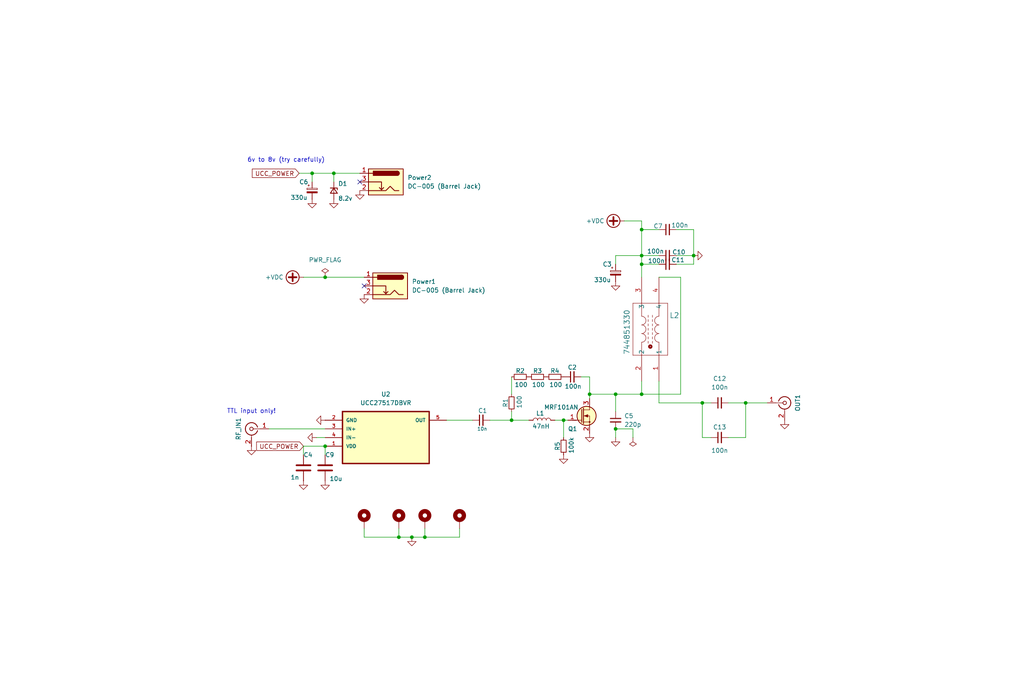
<source format=kicad_sch>
(kicad_sch (version 20240101) (generator "eeschema") (generator_version "8.99")
  (paper "User" 299.999 200)
  (title_block (title "MRF101 Beacon Amplifier") (date "2024-03-23") (company "Author: Dhiru Kholia (VU3CER), Rafał Rozestwiński"))
  (lib_symbols
    (symbol "744851330_fixed:744851330" (pin_names (offset 0.254))
      (property "Reference" "L2" (at 16.5101 -8.89 90))
      (property "Value" "744851330" (at 13.9701 -8.89 90))
      (symbol "744851330_0_1"
        (polyline (pts (xy 7.62 -7.62) (xy 22.86 -7.62)) (stroke (width 0.127)))
        (polyline (pts (xy 7.62 -5.08) (xy 11.43 -5.08)) (stroke (width 0.127)))
        (polyline (pts (xy 7.62 0) (xy 11.43 0)) (stroke (width 0.127)))
        (polyline (pts (xy 7.62 2.54) (xy 7.62 -7.62)) (stroke (width 0.127)))
        (polyline (pts (xy 11.1125 -3.175) (xy 11.7475 -3.175)) (stroke (width 0.127)))
        (polyline (pts (xy 11.1125 -1.905) (xy 11.7475 -1.905)) (stroke (width 0.127)))
        (polyline (pts (xy 12.3825 -3.175) (xy 13.0175 -3.175)) (stroke (width 0.127)))
        (polyline (pts (xy 12.3825 -1.905) (xy 13.0175 -1.905)) (stroke (width 0.127)))
        (polyline (pts (xy 13.6525 -3.175) (xy 14.2875 -3.175)) (stroke (width 0.127)))
        (polyline (pts (xy 13.6525 -1.905) (xy 14.2875 -1.905)) (stroke (width 0.127)))
        (polyline (pts (xy 14.9225 -3.175) (xy 15.5575 -3.175)) (stroke (width 0.127)))
        (polyline (pts (xy 14.9225 -1.905) (xy 15.5575 -1.905)) (stroke (width 0.127)))
        (polyline (pts (xy 16.1925 -3.175) (xy 16.8275 -3.175)) (stroke (width 0.127)))
        (polyline (pts (xy 16.1925 -1.905) (xy 16.8275 -1.905)) (stroke (width 0.127)))
        (polyline (pts (xy 17.4625 -3.175) (xy 18.0975 -3.175)) (stroke (width 0.127)))
        (polyline (pts (xy 17.4625 -1.905) (xy 18.0975 -1.905)) (stroke (width 0.127)))
        (polyline (pts (xy 18.7325 -3.175) (xy 19.3675 -3.175)) (stroke (width 0.127)))
        (polyline (pts (xy 18.7325 -1.905) (xy 19.3675 -1.905)) (stroke (width 0.127)))
        (polyline (pts (xy 19.05 -5.08) (xy 22.86 -5.08)) (stroke (width 0.127)))
        (polyline (pts (xy 19.05 0) (xy 22.86 0)) (stroke (width 0.127)))
        (polyline (pts (xy 22.86 -7.62) (xy 22.86 2.54)) (stroke (width 0.127)))
        (polyline (pts (xy 22.86 2.54) (xy 7.62 2.54)) (stroke (width 0.127)))
        (circle (center 10.16 -2.54) (radius 0.127) (stroke (width 0.508)))
        (arc (start 11.43 0) (mid 12.7 -1.2645) (end 13.97 0) (stroke (width 0.127)))
        (arc (start 13.97 -5.08) (mid 12.7 -3.8155) (end 11.43 -5.08) (stroke (width 0.127)))
        (arc (start 13.97 0) (mid 15.24 -1.2645) (end 16.51 0) (stroke (width 0.127)))
        (arc (start 16.51 -5.08) (mid 15.24 -3.8155) (end 13.97 -5.08) (stroke (width 0.127)))
        (arc (start 16.51 0) (mid 17.78 -1.2645) (end 19.05 0) (stroke (width 0.127)))
        (arc (start 19.05 -5.08) (mid 17.78 -3.8155) (end 16.51 -5.08) (stroke (width 0.127)))
      )
      (symbol "744851330_1_1"
        (pin passive line (at 0 -5.08 0) (length 7.62) (name "1") (number "1"))
        (pin passive line (at 0 0 0) (length 7.62) (name "2") (number "2"))
        (pin passive line (at 30.48 0 180) (length 7.62) (name "3") (number "3"))
        (pin passive line (at 30.48 -5.08 180) (length 7.62) (name "4") (number "4"))
      )
    )
    (symbol "Connector:Barrel_Jack_Switch" (pin_names hide)
      (property "Reference" "J" (at 0 5.334 0))
      (property "Value" "Barrel_Jack_Switch" (at 0 -5.08 0))
      (symbol "Barrel_Jack_Switch_0_1"
        (rectangle (start -5.08 3.81) (end 5.08 -3.81) (stroke (width 0.254)) (fill (type background)))
        (arc (start -3.302 3.175) (mid -3.9343 2.54) (end -3.302 1.905) (stroke (width 0.254)))
        (arc (start -3.302 3.175) (mid -3.9343 2.54) (end -3.302 1.905) (stroke (width 0.254)) (fill (type outline)))
        (polyline (pts (xy 1.27 -2.286) (xy 1.905 -1.651)) (stroke (width 0.254)))
        (polyline (pts (xy 5.08 2.54) (xy 3.81 2.54)) (stroke (width 0.254)))
        (polyline (pts (xy 5.08 0) (xy 1.27 0) (xy 1.27 -2.286) (xy 0.635 -1.651)) (stroke (width 0.254)))
        (polyline (pts (xy -3.81 -2.54) (xy -2.54 -2.54) (xy -1.27 -1.27) (xy 0 -2.54) (xy 2.54 -2.54) (xy 5.08 -2.54)) (stroke (width 0.254)))
        (rectangle (start 3.683 3.175) (end -3.302 1.905) (stroke (width 0.254)) (fill (type outline)))
      )
      (symbol "Barrel_Jack_Switch_1_1"
        (pin passive line (at 7.62 2.54 180) (length 2.54) (name "~") (number "1"))
        (pin passive line (at 7.62 -2.54 180) (length 2.54) (name "~") (number "2"))
        (pin passive line (at 7.62 0 180) (length 2.54) (name "~") (number "3"))
      )
    )
    (symbol "Connector:Conn_Coaxial" (pin_names (offset 1.016) hide)
      (property "Reference" "J" (at 0.254 3.048 0))
      (property "Value" "Conn_Coaxial" (at 2.921 0 90))
      (symbol "Conn_Coaxial_0_1"
        (arc (start -1.778 -0.508) (mid 0.2311 -1.8066) (end 1.778 0) (stroke (width 0.254)))
        (polyline (pts (xy -2.54 0) (xy -0.508 0)))
        (polyline (pts (xy 0 -2.54) (xy 0 -1.778)))
        (circle (center 0 0) (radius 0.508) (stroke (width 0.2032)))
        (arc (start 1.778 0) (mid 0.2099 1.8101) (end -1.778 0.508) (stroke (width 0.254)))
      )
      (symbol "Conn_Coaxial_1_1"
        (pin passive line (at -5.08 0 0) (length 2.54) (name "In") (number "1"))
        (pin passive line (at 0 -5.08 90) (length 2.54) (name "Ext") (number "2"))
      )
    )
    (symbol "Device:C" (pin_numbers hide) (pin_names (offset 0.254))
      (property "Reference" "C" (at 0.635 2.54 0))
      (property "Value" "C" (at 0.635 -2.54 0))
      (symbol "C_0_1"
        (polyline (pts (xy -2.032 -0.762) (xy 2.032 -0.762)) (stroke (width 0.508)))
        (polyline (pts (xy -2.032 0.762) (xy 2.032 0.762)) (stroke (width 0.508)))
      )
      (symbol "C_1_1"
        (pin passive line (at 0 3.81 270) (length 2.794) (name "~") (number "1"))
        (pin passive line (at 0 -3.81 90) (length 2.794) (name "~") (number "2"))
      )
    )
    (symbol "Device:C_Polarized_Small" (pin_numbers hide) (pin_names (offset 0.254) hide)
      (property "Reference" "C" (at 0.254 1.778 0))
      (property "Value" "C_Polarized_Small" (at 0.254 -2.032 0))
      (symbol "C_Polarized_Small_0_1"
        (rectangle (start -1.524 -0.3048) (end 1.524 -0.6858) (fill (type outline)))
        (rectangle (start -1.524 0.6858) (end 1.524 0.3048))
        (polyline (pts (xy -1.27 1.524) (xy -0.762 1.524)))
        (polyline (pts (xy -1.016 1.27) (xy -1.016 1.778)))
      )
      (symbol "C_Polarized_Small_1_1"
        (pin passive line (at 0 2.54 270) (length 1.8542) (name "~") (number "1"))
        (pin passive line (at 0 -2.54 90) (length 1.8542) (name "~") (number "2"))
      )
    )
    (symbol "Device:C_Small" (pin_numbers hide) (pin_names (offset 0.254) hide)
      (property "Reference" "C" (at 0.254 1.778 0))
      (property "Value" "C_Small" (at 0.254 -2.032 0))
      (symbol "C_Small_0_1"
        (polyline (pts (xy -1.524 -0.508) (xy 1.524 -0.508)) (stroke (width 0.3302)))
        (polyline (pts (xy -1.524 0.508) (xy 1.524 0.508)) (stroke (width 0.3048)))
      )
      (symbol "C_Small_1_1"
        (pin passive line (at 0 2.54 270) (length 2.032) (name "~") (number "1"))
        (pin passive line (at 0 -2.54 90) (length 2.032) (name "~") (number "2"))
      )
    )
    (symbol "Device:D_Zener_Small" (pin_numbers hide) (pin_names (offset 0.254) hide)
      (property "Reference" "D" (at 0 2.286 0))
      (property "Value" "D_Zener_Small" (at 0 -2.286 0))
      (symbol "D_Zener_Small_0_1"
        (polyline (pts (xy 0.762 0) (xy -0.762 0)))
        (polyline (pts (xy -0.254 1.016) (xy -0.762 1.016) (xy -0.762 -1.016)) (stroke (width 0.254)))
        (polyline (pts (xy 0.762 1.016) (xy -0.762 0) (xy 0.762 -1.016) (xy 0.762 1.016)) (stroke (width 0.254)))
      )
      (symbol "D_Zener_Small_1_1"
        (pin passive line (at -2.54 0 0) (length 1.778) (name "K") (number "1"))
        (pin passive line (at 2.54 0 180) (length 1.778) (name "A") (number "2"))
      )
    )
    (symbol "Device:L" (pin_numbers hide) (pin_names (offset 1.016) hide)
      (property "Reference" "L" (at -1.27 0 90))
      (property "Value" "L" (at 1.905 0 90))
      (symbol "L_0_1"
        (arc (start 0 -2.54) (mid 0.6323 -1.905) (end 0 -1.27))
        (arc (start 0 -1.27) (mid 0.6323 -0.635) (end 0 0))
        (arc (start 0 0) (mid 0.6323 0.635) (end 0 1.27))
        (arc (start 0 1.27) (mid 0.6323 1.905) (end 0 2.54))
      )
      (symbol "L_1_1"
        (pin passive line (at 0 3.81 270) (length 1.27) (name "1") (number "1"))
        (pin passive line (at 0 -3.81 90) (length 1.27) (name "2") (number "2"))
      )
    )
    (symbol "Device:R_Small" (pin_numbers hide) (pin_names (offset 0.254) hide)
      (property "Reference" "R" (at 0.762 0.508 0))
      (property "Value" "R_Small" (at 0.762 -1.016 0))
      (symbol "R_Small_0_1"
        (rectangle (start -0.762 1.778) (end 0.762 -1.778) (stroke (width 0.2032)))
      )
      (symbol "R_Small_1_1"
        (pin passive line (at 0 2.54 270) (length 0.762) (name "~") (number "1"))
        (pin passive line (at 0 -2.54 90) (length 0.762) (name "~") (number "2"))
      )
    )
    (symbol "Mechanical:MountingHole_Pad" (pin_numbers hide) (pin_names (offset 1.016) hide)
      (property "Reference" "H" (at 0 6.35 0))
      (property "Value" "MountingHole_Pad" (at 0 4.445 0))
      (symbol "MountingHole_Pad_0_1"
        (circle (center 0 1.27) (radius 1.27) (stroke (width 1.27)))
      )
      (symbol "MountingHole_Pad_1_1"
        (pin input line (at 0 -2.54 90) (length 2.54) (name "1") (number "1"))
      )
    )
    (symbol "PCM_Transistor_MOSFET_AKL:Q_NMOS-D_Generic_GSD" (pin_names hide)
      (property "Reference" "Q" (at 5.08 1.27 0))
      (property "Value" "Q_NMOS-D_Generic_GSD" (at 5.08 -1.27 0))
      (symbol "Q_NMOS-D_Generic_GSD_0_1"
        (polyline (pts (xy 0.254 -1.27) (xy -2.54 -1.27)))
        (polyline (pts (xy 0.254 1.905) (xy 0.254 -1.905)) (stroke (width 0.254)))
        (polyline (pts (xy 0.762 -2.286) (xy 0.762 2.286)) (stroke (width 0.254)))
        (polyline (pts (xy 0.762 -1.778) (xy 2.54 -1.778)))
        (polyline (pts (xy 2.54 1.778) (xy 0.762 1.778)))
        (polyline (pts (xy 2.54 2.54) (xy 2.54 1.778)))
        (polyline (pts (xy 2.54 -2.54) (xy 2.54 0) (xy 0.762 0)))
        (polyline (pts (xy 1.016 0) (xy 2.032 0.381) (xy 2.032 -0.381) (xy 1.016 0)) (fill (type outline)))
        (circle (center 1.651 0) (radius 2.794) (stroke (width 0.254)) (fill (type background)))
        (circle (center 2.54 -1.778) (radius 0.1778) (fill (type outline)))
      )
      (symbol "Q_NMOS-D_Generic_GSD_1_1"
        (pin input line (at -3.81 -1.27 0) (length 2.54) (name "G") (number "1"))
        (pin passive line (at 2.54 -5.08 90) (length 2.54) (name "S") (number "2"))
        (pin passive line (at 2.54 5.08 270) (length 2.54) (name "D") (number "3"))
      )
    )
    (symbol "UCC27517DBVR:UCC27517DBVR" (pin_names (offset 1.016))
      (property "Reference" "U" (at -12.7 8.62 0))
      (property "Value" "UCC27517DBVR" (at -12.7 -11.62 0))
      (symbol "UCC27517DBVR_0_0"
        (rectangle (start -12.7 -7.62) (end 12.7 7.62) (stroke (width 0.41)) (fill (type background)))
        (pin input line (at -17.78 -2.54 0) (length 5.08) (name "VDD") (number "1"))
        (pin input line (at -17.78 5.08 0) (length 5.08) (name "GND") (number "2"))
        (pin input line (at -17.78 2.54 0) (length 5.08) (name "IN+") (number "3"))
        (pin input line (at -17.78 0 0) (length 5.08) (name "IN-") (number "4"))
        (pin output line (at 17.78 5.08 180) (length 5.08) (name "OUT") (number "5"))
      )
    )
    (symbol "power:+VDC" (power) (pin_numbers hide) (pin_names (offset 0) hide)
      (property "Value" "+VDC" (at 0 6.35 0))
      (symbol "+VDC_0_1"
        (polyline (pts (xy -1.143 3.175) (xy 1.143 3.175)) (stroke (width 0.508)))
        (polyline (pts (xy 0 0) (xy 0 1.27)))
        (polyline (pts (xy 0 2.032) (xy 0 4.318)) (stroke (width 0.508)))
        (circle (center 0 3.175) (radius 1.905) (stroke (width 0.254)))
      )
      (symbol "+VDC_1_1"
        (pin power_in line (at 0 0 90) (length 0) (name "~") (number "1"))
      )
    )
    (symbol "power:GND" (power) (pin_numbers hide) (pin_names (offset 0) hide)
      (property "Value" "GND" (at 0 -3.81 0))
      (symbol "GND_0_1"
        (polyline (pts (xy 0 0) (xy 0 -1.27) (xy 1.27 -1.27) (xy 0 -2.54) (xy -1.27 -1.27) (xy 0 -1.27)))
      )
      (symbol "GND_1_1"
        (pin power_in line (at 0 0 270) (length 0) (name "~") (number "1"))
      )
    )
    (symbol "power:PWR_FLAG" (power) (pin_numbers hide) (pin_names (offset 0) hide)
      (property "Value" "PWR_FLAG" (at 0 3.81 0))
      (symbol "PWR_FLAG_0_0"
        (pin power_out line (at 0 0 90) (length 0) (name "~") (number "1"))
      )
      (symbol "PWR_FLAG_0_1"
        (polyline (pts (xy 0 0) (xy 0 1.27) (xy -1.016 1.905) (xy 0 2.54) (xy 1.016 1.905) (xy 0 1.27)))
      )
    )
  )
  (junction (at 187.96 67.31))
  (junction (at 149.86 123.19))
  (junction (at 172.72 115.57))
  (junction (at 203.2 74.93))
  (junction (at 91.44 50.8))
  (junction (at 95.25 81.28))
  (junction (at 180.34 115.57))
  (junction (at 97.79 50.8))
  (junction (at 205.74 118.11))
  (junction (at 116.84 157.48))
  (junction (at 180.34 125.73))
  (junction (at 187.96 74.93))
  (junction (at 124.46 157.48))
  (junction (at 165.1 123.19))
  (junction (at 187.96 77.47))
  (junction (at 120.65 157.48))
  (junction (at 218.44 118.11))
  (junction (at 95.25 130.81))
  (junction (at 187.96 115.57))
  (no_connect (at 105.41 53.34))
  (no_connect (at 106.68 83.82))
  (wire (pts (xy 198.12 77.47) (xy 203.2 77.47)))
  (wire (pts (xy 134.62 157.48) (xy 134.62 154.94)))
  (wire (pts (xy 180.34 77.47) (xy 180.34 74.93)))
  (wire (pts (xy 187.96 115.57) (xy 199.39 115.57)))
  (wire (pts (xy 88.9 130.81) (xy 88.9 133.35)))
  (wire (pts (xy 203.2 67.31) (xy 203.2 74.93)))
  (wire (pts (xy 198.12 67.31) (xy 203.2 67.31)))
  (wire (pts (xy 149.86 110.49) (xy 149.86 115.57)))
  (wire (pts (xy 91.44 50.8) (xy 91.44 53.34)))
  (wire (pts (xy 172.72 110.49) (xy 172.72 115.57)))
  (wire (pts (xy 97.79 50.8) (xy 97.79 53.34)))
  (wire (pts (xy 95.25 81.28) (xy 106.68 81.28)))
  (wire (pts (xy 199.39 81.28) (xy 193.04 81.28)))
  (wire (pts (xy 88.9 130.81) (xy 95.25 130.81)))
  (wire (pts (xy 88.9 81.28) (xy 95.25 81.28)))
  (wire (pts (xy 205.74 118.11) (xy 193.04 118.11)))
  (wire (pts (xy 187.96 67.31) (xy 193.04 67.31)))
  (wire (pts (xy 218.44 118.11) (xy 224.79 118.11)))
  (wire (pts (xy 187.96 74.93) (xy 187.96 77.47)))
  (wire (pts (xy 199.39 115.57) (xy 199.39 81.28)))
  (wire (pts (xy 149.86 120.65) (xy 149.86 123.19)))
  (wire (pts (xy 170.18 110.49) (xy 172.72 110.49)))
  (wire (pts (xy 106.68 157.48) (xy 116.84 157.48)))
  (wire (pts (xy 218.44 128.27) (xy 218.44 118.11)))
  (wire (pts (xy 91.44 50.8) (xy 97.79 50.8)))
  (wire (pts (xy 78.74 125.73) (xy 95.25 125.73)))
  (wire (pts (xy 130.81 123.19) (xy 138.43 123.19)))
  (wire (pts (xy 116.84 154.94) (xy 116.84 157.48)))
  (wire (pts (xy 198.12 74.93) (xy 203.2 74.93)))
  (wire (pts (xy 165.1 123.19) (xy 166.37 123.19)))
  (wire (pts (xy 172.72 115.57) (xy 180.34 115.57)))
  (wire (pts (xy 165.1 123.19) (xy 165.1 128.27)))
  (wire (pts (xy 182.88 64.77) (xy 187.96 64.77)))
  (wire (pts (xy 162.56 123.19) (xy 165.1 123.19)))
  (wire (pts (xy 180.34 125.73) (xy 185.42 125.73)))
  (wire (pts (xy 187.96 67.31) (xy 187.96 74.93)))
  (wire (pts (xy 180.34 115.57) (xy 180.34 120.65)))
  (wire (pts (xy 87.63 50.8) (xy 91.44 50.8)))
  (wire (pts (xy 106.68 154.94) (xy 106.68 157.48)))
  (wire (pts (xy 187.96 77.47) (xy 187.96 81.28)))
  (wire (pts (xy 203.2 74.93) (xy 203.2 77.47)))
  (wire (pts (xy 149.86 123.19) (xy 154.94 123.19)))
  (wire (pts (xy 143.51 123.19) (xy 149.86 123.19)))
  (wire (pts (xy 187.96 77.47) (xy 193.04 77.47)))
  (wire (pts (xy 205.74 118.11) (xy 208.28 118.11)))
  (wire (pts (xy 187.96 74.93) (xy 193.04 74.93)))
  (wire (pts (xy 120.65 157.48) (xy 124.46 157.48)))
  (wire (pts (xy 124.46 157.48) (xy 134.62 157.48)))
  (wire (pts (xy 180.34 125.73) (xy 180.34 128.27)))
  (wire (pts (xy 187.96 64.77) (xy 187.96 67.31)))
  (wire (pts (xy 172.72 115.57) (xy 172.72 116.84)))
  (wire (pts (xy 95.25 130.81) (xy 95.25 133.35)))
  (wire (pts (xy 180.34 74.93) (xy 187.96 74.93)))
  (wire (pts (xy 92.71 128.27) (xy 95.25 128.27)))
  (wire (pts (xy 116.84 157.48) (xy 120.65 157.48)))
  (wire (pts (xy 180.34 115.57) (xy 187.96 115.57)))
  (wire (pts (xy 97.79 50.8) (xy 105.41 50.8)))
  (wire (pts (xy 205.74 128.27) (xy 205.74 118.11)))
  (wire (pts (xy 187.96 111.76) (xy 187.96 115.57)))
  (wire (pts (xy 213.36 128.27) (xy 218.44 128.27)))
  (wire (pts (xy 205.74 128.27) (xy 208.28 128.27)))
  (wire (pts (xy 193.04 111.76) (xy 193.04 118.11)))
  (wire (pts (xy 213.36 118.11) (xy 218.44 118.11)))
  (wire (pts (xy 185.42 125.73) (xy 185.42 128.27)))
  (wire (pts (xy 124.46 154.94) (xy 124.46 157.48)))
  (text "TTL input only!" (at 73.66 120.65 0) (effects (font (size 1.27 1.27))))
  (text "6v to 8v (try carefully)" (at 83.82 46.99 0) (effects (font (size 1.27 1.27))))
  (global_label "UCC_POWER" (shape input) (at 87.63 50.8 180) (property "Intersheetrefs" "${INTERSHEET_REFS}" (effects (hide yes))))
  (global_label "UCC_POWER" (shape input) (at 88.9 130.81 180) (property "Intersheetrefs" "${INTERSHEET_REFS}" (effects (hide yes))))
  (symbol (lib_id "power:+VDC") (at 88.9 81.28 90) (unit 1)
    (property "Reference" "#PWR0110" (effects (hide yes)))
    (property "Value" "+VDC" (at 83.0834 81.28 90) (effects (justify left)))
    (property "Description" "Power symbol creates a global label with name \"+VDC\"" (effects (hide yes)))
  )
  (symbol (lib_id "Device:R_Small") (at 152.4 110.49 90) (unit 1)
    (property "Reference" "R2" (at 152.4 108.712 90))
    (property "Value" "100" (at 152.654 112.776 90))
    (property "Footprint" "Resistor_SMD:R_2512_6332Metric_Pad1.40x3.35mm_HandSolder" (effects (hide yes)))
  )
  (symbol (lib_id "Device:C_Polarized_Small") (at 180.34 80.01 0) (unit 1)
    (property "Reference" "C3" (at 176.53 77.47 0) (effects (justify left)))
    (property "Value" "330u" (at 173.99 82.042 0) (effects (justify left)))
    (property "Footprint" "Capacitor_THT:C_Radial_D10.0mm_H12.5mm_P5.00mm" (effects (hide yes)))
  )
  (symbol (lib_id "Device:C") (at 88.9 137.16 0) (unit 1)
    (property "Reference" "C4" (at 88.9 133.35 0) (effects (justify left)))
    (property "Value" "1n" (at 85.09 139.954 0) (effects (justify left)))
    (property "Footprint" "Capacitor_SMD:C_1206_3216Metric_Pad1.33x1.80mm_HandSolder" (effects (hide yes)))
  )
  (symbol (lib_id "Device:C_Small") (at 180.34 123.19 0) (unit 1)
    (property "Reference" "C5" (at 182.88 121.9263 0) (effects (justify left)))
    (property "Value" "220p" (at 182.88 124.4663 0) (effects (justify left)))
    (property "Footprint" "Capacitor_SMD:C_1206_3216Metric_Pad1.33x1.80mm_HandSolder" (effects (hide yes)))
  )
  (symbol (lib_id "power:GND") (at 97.79 58.42 0) (unit 1)
    (property "Reference" "#PWR012" (effects (hide yes)))
    (property "Value" "GND" (effects (hide yes)))
    (property "Description" "Power symbol creates a global label with name \"GND\" , ground" (effects (hide yes)))
  )
  (symbol (lib_id "Device:C_Small") (at 195.58 77.47 90) (unit 1)
    (property "Reference" "C11" (at 198.628 76.2 90))
    (property "Value" "100n" (at 192.278 76.454 90))
    (property "Footprint" "Capacitor_SMD:C_1206_3216Metric_Pad1.33x1.80mm_HandSolder" (effects (hide yes)))
  )
  (symbol (lib_id "Device:D_Zener_Small") (at 97.79 55.88 270) (unit 1)
    (property "Reference" "D1" (at 99.06 53.848 90) (effects (justify left)))
    (property "Value" "8.2v" (at 99.06 58.166 90) (effects (justify left)))
    (property "Footprint" "Diode_THT:D_DO-35_SOD27_P3.81mm_Vertical_KathodeUp" (effects (hide yes)))
    (property "Description" "Zener diode, small symbol" (effects (hide yes)))
  )
  (symbol (lib_id "power:GND") (at 88.9 140.97 0) (unit 1)
    (property "Reference" "#PWR03" (effects (hide yes)))
    (property "Value" "GND" (effects (hide yes)))
    (property "Description" "Power symbol creates a global label with name \"GND\" , ground" (effects (hide yes)))
  )
  (symbol (lib_id "Device:C_Small") (at 210.82 128.27 90) (unit 1)
    (property "Reference" "C13" (at 210.82 125.222 90))
    (property "Value" "100n" (at 210.82 132.08 90))
    (property "Footprint" "Capacitor_SMD:C_1206_3216Metric_Pad1.33x1.80mm_HandSolder" (effects (hide yes)))
  )
  (symbol (lib_id "power:GND") (at 180.34 82.55 0) (unit 1)
    (property "Reference" "#PWR05" (effects (hide yes)))
    (property "Value" "GND" (effects (hide yes)))
  )
  (symbol (lib_id "Device:C_Small") (at 210.82 118.11 90) (unit 1)
    (property "Reference" "C12" (at 210.8263 110.998 90))
    (property "Value" "100n" (at 210.8263 113.538 90))
    (property "Footprint" "Capacitor_SMD:C_1206_3216Metric_Pad1.33x1.80mm_HandSolder" (effects (hide yes)))
  )
  (symbol (lib_id "UCC27517DBVR:UCC27517DBVR") (at 113.03 128.27 0) (unit 1)
    (property "Reference" "U2" (at 113.03 115.57 0))
    (property "Value" "UCC27517DBVR" (at 113.03 118.11 0))
    (property "Footprint" "Package_TO_SOT_SMD:SOT-23-5_HandSoldering" (effects (hide yes)))
    (property "Description" "\n4-A/4-A single-channel gate driver with 5-V UVLO and 13-ns prop delay in SOT-23 package\n" (effects (hide yes)))
    (property "MF" "Texas Instruments" (effects (hide yes)))
    (property "Package" "SOT-23-5 Texas Instruments" (effects (hide yes)))
    (property "Price" "None" (effects (hide yes)))
    (property "SnapEDA_Link" "https://www.snapeda.com/parts/UCC27517DBVR/Texas+Instruments/view-part/?ref=snap" (effects (hide yes)))
    (property "MP" "UCC27517DBVR" (effects (hide yes)))
    (property "Purchase-URL" "https://pricing.snapeda.com/search?q=UCC27517DBVR&ref=eda" (effects (hide yes)))
    (property "Availability" "In Stock" (effects (hide yes)))
    (property "Check_prices" "https://www.snapeda.com/parts/UCC27517DBVR/Texas+Instruments/view-part/?ref=eda" (effects (hide yes)))
    (property "Description_1" "\n4-A/4-A single-channel gate driver with 5-V UVLO and 13-ns prop delay in SOT-23 package\n" (effects (hide yes)))
  )
  (symbol (lib_id "power:PWR_FLAG") (at 95.25 81.28 0) (unit 1)
    (property "Reference" "#FLG01" (effects (hide yes)))
    (property "Value" "PWR_FLAG" (at 95.25 76.2 0))
    (property "Description" "Special symbol for telling ERC where power comes from" (effects (hide yes)))
  )
  (symbol (lib_id "power:GND") (at 106.68 86.36 0) (unit 1)
    (property "Reference" "#PWR019" (effects (hide yes)))
    (property "Value" "GND" (effects (hide yes)))
    (property "Description" "Power symbol creates a global label with name \"GND\" , ground" (effects (hide yes)))
  )
  (symbol (lib_id "Device:R_Small") (at 165.1 130.81 180) (unit 1)
    (property "Reference" "R5" (at 163.322 130.81 90))
    (property "Value" "100k" (at 167.386 130.556 90))
    (property "Footprint" "Resistor_SMD:R_2512_6332Metric_Pad1.40x3.35mm_HandSolder" (effects (hide yes)))
  )
  (symbol (lib_id "Device:R_Small") (at 162.56 110.49 90) (unit 1)
    (property "Reference" "R4" (at 162.56 108.712 90))
    (property "Value" "100" (at 162.814 112.776 90))
    (property "Footprint" "Resistor_SMD:R_2512_6332Metric_Pad1.40x3.35mm_HandSolder" (effects (hide yes)))
  )
  (symbol (lib_id "Device:C_Small") (at 167.64 110.49 90) (unit 1)
    (property "Reference" "C2" (at 167.64 107.696 90))
    (property "Value" "100n" (at 167.894 113.284 90))
    (property "Footprint" "Capacitor_SMD:C_1206_3216Metric_Pad1.33x1.80mm_HandSolder" (effects (hide yes)))
  )
  (symbol (lib_id "power:GND") (at 95.25 140.97 0) (unit 1)
    (property "Reference" "#PWR011" (effects (hide yes)))
    (property "Value" "GND" (effects (hide yes)))
    (property "Description" "Power symbol creates a global label with name \"GND\" , ground" (effects (hide yes)))
  )
  (symbol (lib_id "Device:C_Small") (at 195.58 74.93 90) (unit 1)
    (property "Reference" "C10" (at 198.882 73.914 90))
    (property "Value" "100n" (at 192.024 73.66 90))
    (property "Footprint" "Capacitor_SMD:C_1206_3216Metric_Pad1.33x1.80mm_HandSolder" (effects (hide yes)))
  )
  (symbol (lib_id "power:GND") (at 73.66 130.81 0) (unit 1)
    (property "Reference" "#PWR08" (effects (hide yes)))
    (property "Value" "GND" (effects (hide yes)))
    (property "Description" "Power symbol creates a global label with name \"GND\" , ground" (effects (hide yes)))
  )
  (symbol (lib_id "power:GND") (at 105.41 55.88 0) (unit 1)
    (property "Reference" "#PWR07" (effects (hide yes)))
    (property "Value" "GND" (effects (hide yes)))
    (property "Description" "Power symbol creates a global label with name \"GND\" , ground" (effects (hide yes)))
  )
  (symbol (lib_id "Device:C_Small") (at 140.97 123.19 90) (unit 1)
    (property "Reference" "C1" (at 142.748 120.396 90) (effects (justify left)))
    (property "Value" "10n" (at 142.748 125.73 90) (effects (font (size 1 1)) (justify left)))
    (property "Footprint" "Capacitor_SMD:C_1206_3216Metric_Pad1.33x1.80mm_HandSolder" (effects (hide yes)))
  )
  (symbol (lib_id "Connector:Conn_Coaxial") (at 73.66 125.73 0) (mirror y) (unit 1)
    (property "Reference" "RF_IN1" (at 69.85 125.73 90))
    (property "Value" "SMA" (effects (hide yes)))
    (property "Footprint" "Connector_Coaxial:SMA_Samtec_SMA-J-P-X-ST-EM1_EdgeMount" (effects (hide yes)))
    (property "Datasheet" " ~" (effects (hide yes)))
    (property "Description" "coaxial connector (BNC, SMA, SMB, SMC, Cinch/RCA, LEMO, ...)" (effects (hide yes)))
  )
  (symbol (lib_id "Device:R_Small") (at 149.86 118.11 180) (unit 1)
    (property "Reference" "R1" (at 148.082 118.11 90))
    (property "Value" "100" (at 152.146 117.856 90))
    (property "Footprint" "Resistor_SMD:R_2512_6332Metric_Pad1.40x3.35mm_HandSolder" (effects (hide yes)))
  )
  (symbol (lib_id "power:GND") (at 203.2 74.93 90) (unit 1)
    (property "Reference" "#PWR018" (effects (hide yes)))
    (property "Value" "GND" (effects (hide yes)))
  )
  (symbol (lib_id "power:GND") (at 165.1 133.35 0) (unit 1)
    (property "Reference" "#PWR02" (effects (hide yes)))
    (property "Value" "GND" (effects (hide yes)))
  )
  (symbol (lib_id "power:GND") (at 172.72 127 0) (unit 1)
    (property "Reference" "#PWR04" (effects (hide yes)))
    (property "Value" "GND" (effects (hide yes)))
  )
  (symbol (lib_id "Device:C") (at 95.25 137.16 0) (unit 1)
    (property "Reference" "C9" (at 95.25 133.35 0) (effects (justify left)))
    (property "Value" "10u" (at 96.52 140.335 0) (effects (justify left)))
    (property "Footprint" "Capacitor_SMD:C_1206_3216Metric_Pad1.33x1.80mm_HandSolder" (effects (hide yes)))
  )
  (symbol (lib_id "Mechanical:MountingHole_Pad") (at 124.46 152.4 0) (unit 1)
    (property "Reference" "H3" (effects (hide yes)))
    (property "Value" "MountingHole_Pad" (effects (hide yes)))
    (property "Footprint" "MountingHole:MountingHole_3.2mm_M3_Pad_Via" (effects (hide yes)))
  )
  (symbol (lib_id "Device:C_Small") (at 195.58 67.31 90) (unit 1)
    (property "Reference" "C7" (at 192.786 66.294 90))
    (property "Value" "100n" (at 199.136 66.04 90))
    (property "Footprint" "Capacitor_SMD:C_1206_3216Metric_Pad1.33x1.80mm_HandSolder" (effects (hide yes)))
  )
  (symbol (lib_id "Connector:Barrel_Jack_Switch") (at 113.03 53.34 0) (mirror y) (unit 1)
    (property "Reference" "Power2" (at 119.38 52.0699 0) (effects (justify right)))
    (property "Value" "DC-005 (Barrel Jack)" (at 119.38 54.6099 0) (effects (justify right)))
    (property "Footprint" "footprints:XKB_DC-005-5A-2.0_Modded" (effects (hide yes)))
  )
  (symbol (lib_id "744851330_fixed:744851330") (at 187.96 111.76 90) (unit 1)
    (property "Reference" "L2" (at 196.088 92.456 90) (effects (font (size 1.524 1.524)) (justify right)))
    (property "Value" "744851330" (at 183.642 90.678 0) (effects (font (size 1.524 1.524)) (justify right)))
    (property "Footprint" "footprints:744851330_WRE" (effects (hide yes)))
    (property "Datasheet" "744851330" (effects (hide yes)))
  )
  (symbol (lib_id "power:GND") (at 180.34 128.27 0) (unit 1)
    (property "Reference" "#PWR015" (effects (hide yes)))
    (property "Value" "GND" (effects (hide yes)))
  )
  (symbol (lib_id "power:GND") (at 92.71 128.27 270) (unit 1)
    (property "Reference" "#PWR09" (effects (hide yes)))
    (property "Value" "GND" (effects (hide yes)))
    (property "Description" "Power symbol creates a global label with name \"GND\" , ground" (effects (hide yes)))
  )
  (symbol (lib_id "Mechanical:MountingHole_Pad") (at 116.84 152.4 0) (unit 1)
    (property "Reference" "H2" (effects (hide yes)))
    (property "Value" "MountingHole_Pad" (effects (hide yes)))
    (property "Footprint" "MountingHole:MountingHole_3.2mm_M3_Pad_Via" (effects (hide yes)))
  )
  (symbol (lib_id "power:GND") (at 91.44 58.42 0) (unit 1)
    (property "Reference" "#PWR06" (effects (hide yes)))
    (property "Value" "GND" (effects (hide yes)))
    (property "Description" "Power symbol creates a global label with name \"GND\" , ground" (effects (hide yes)))
  )
  (symbol (lib_id "power:GND") (at 120.65 157.48 0) (unit 1)
    (property "Reference" "#PWR01" (effects (hide yes)))
    (property "Value" "GND" (effects (hide yes)))
    (property "Description" "Power symbol creates a global label with name \"GND\" , ground" (effects (hide yes)))
  )
  (symbol (lib_id "PCM_Transistor_MOSFET_AKL:Q_NMOS-D_Generic_GSD") (at 170.18 121.92 0) (unit 1)
    (property "Reference" "Q1" (at 166.37 125.73 0) (effects (justify left)))
    (property "Value" "MRF101AN" (at 159.385 119.38 0) (effects (justify left)))
    (property "Footprint" "footprints:TO-220-3_Horizontal_TabDown" (effects (hide yes)))
  )
  (symbol (lib_id "power:GND") (at 95.25 123.19 270) (unit 1)
    (property "Reference" "#PWR010" (effects (hide yes)))
    (property "Value" "GND" (effects (hide yes)))
    (property "Description" "Power symbol creates a global label with name \"GND\" , ground" (effects (hide yes)))
  )
  (symbol (lib_id "Device:R_Small") (at 157.48 110.49 90) (unit 1)
    (property "Reference" "R3" (at 157.48 108.712 90))
    (property "Value" "100" (at 157.734 112.776 90))
    (property "Footprint" "Resistor_SMD:R_2512_6332Metric_Pad1.40x3.35mm_HandSolder" (effects (hide yes)))
  )
  (symbol (lib_id "Device:L") (at 158.75 123.19 90) (unit 1)
    (property "Reference" "L1" (at 158.242 121.158 90))
    (property "Value" "47nH" (at 158.496 124.968 90))
    (property "Footprint" "footprints:WE-CAIR_4248" (effects (hide yes)))
  )
  (symbol (lib_id "Mechanical:MountingHole_Pad") (at 134.62 152.4 0) (mirror y) (unit 1)
    (property "Reference" "H4" (effects (hide yes)))
    (property "Value" "MountingHole_Pad" (effects (hide yes)))
    (property "Footprint" "MountingHole:MountingHole_3.2mm_M3_Pad_Via" (effects (hide yes)))
  )
  (symbol (lib_id "power:GND") (at 229.87 123.19 0) (unit 1)
    (property "Reference" "#PWR020" (effects (hide yes)))
    (property "Value" "GND" (effects (hide yes)))
  )
  (symbol (lib_id "Connector:Barrel_Jack_Switch") (at 114.3 83.82 0) (mirror y) (unit 1)
    (property "Reference" "Power1" (at 120.65 82.5499 0) (effects (justify right)))
    (property "Value" "DC-005 (Barrel Jack)" (at 120.65 85.0899 0) (effects (justify right)))
    (property "Footprint" "footprints:XKB_DC-005-5A-2.0_Modded" (effects (hide yes)))
  )
  (symbol (lib_id "Connector:Conn_Coaxial") (at 229.87 118.11 0) (unit 1)
    (property "Reference" "OUT1" (at 233.68 118.11 90))
    (property "Value" "SMA" (effects (hide yes)))
    (property "Footprint" "Connector_Coaxial:SMA_Samtec_SMA-J-P-X-ST-EM1_EdgeMount" (effects (hide yes)))
    (property "Datasheet" " ~" (effects (hide yes)))
  )
  (symbol (lib_id "power:+VDC") (at 182.88 64.77 90) (unit 1)
    (property "Reference" "#PWR016" (effects (hide yes)))
    (property "Value" "+VDC" (at 177.0634 64.77 90) (effects (justify left)))
  )
  (symbol (lib_id "Mechanical:MountingHole_Pad") (at 106.68 152.4 0) (unit 1)
    (property "Reference" "H1" (effects (hide yes)))
    (property "Value" "MountingHole_Pad" (effects (hide yes)))
    (property "Footprint" "MountingHole:MountingHole_3.2mm_M3_Pad_Via" (effects (hide yes)))
  )
  (symbol (lib_id "Device:C_Polarized_Small") (at 91.44 55.88 0) (unit 1)
    (property "Reference" "C6" (at 87.63 53.34 0) (effects (justify left)))
    (property "Value" "330u" (at 85.09 57.912 0) (effects (justify left)))
    (property "Footprint" "Capacitor_THT:C_Radial_D10.0mm_H12.5mm_P5.00mm" (effects (hide yes)))
  )
  (symbol (lib_id "power:PWR_FLAG") (at 185.42 128.27 180) (unit 1)
    (property "Reference" "#FLG02" (effects (hide yes)))
    (property "Value" "PWR_FLAG" (effects (hide yes)))
  )
)
</source>
